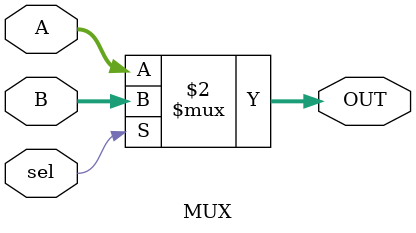
<source format=sv>
module MUX (
    input logic [31:0] A, B,
    input logic sel,
    output logic [31:0] OUT
);

    always_comb begin
        OUT = sel ? B : A;
    end

endmodule

</source>
